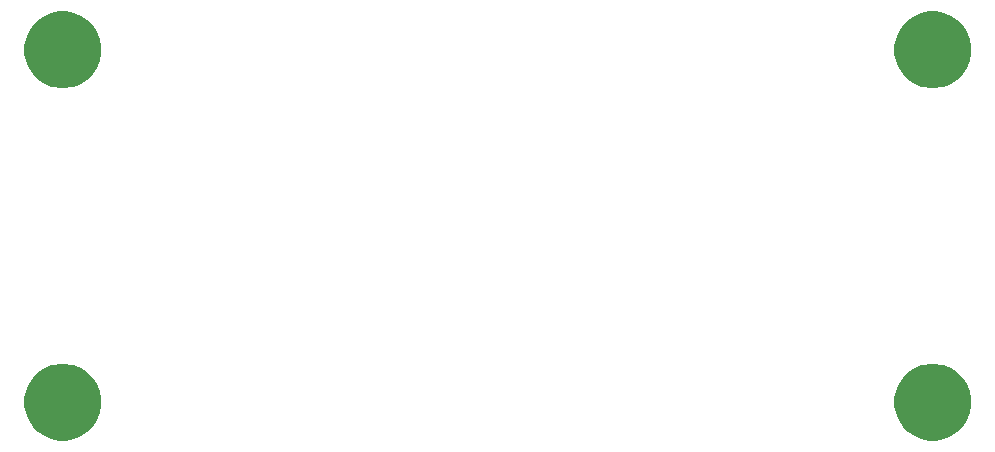
<source format=gbr>
G04 #@! TF.GenerationSoftware,KiCad,Pcbnew,(5.1.0-0)*
G04 #@! TF.CreationDate,2019-10-20T20:04:01+02:00*
G04 #@! TF.ProjectId,fllor2,666c6c6f-7232-42e6-9b69-6361645f7063,rev?*
G04 #@! TF.SameCoordinates,Original*
G04 #@! TF.FileFunction,Soldermask,Bot*
G04 #@! TF.FilePolarity,Negative*
%FSLAX46Y46*%
G04 Gerber Fmt 4.6, Leading zero omitted, Abs format (unit mm)*
G04 Created by KiCad (PCBNEW (5.1.0-0)) date 2019-10-20 20:04:01*
%MOMM*%
%LPD*%
G04 APERTURE LIST*
%ADD10C,0.100000*%
G04 APERTURE END LIST*
D10*
G36*
X212089239Y-20941467D02*
G01*
X212403282Y-21003934D01*
X212994926Y-21249001D01*
X213527392Y-21604784D01*
X213980216Y-22057608D01*
X214335999Y-22590074D01*
X214581066Y-23181718D01*
X214706000Y-23809804D01*
X214706000Y-24450196D01*
X214581066Y-25078282D01*
X214335999Y-25669926D01*
X213980216Y-26202392D01*
X213527392Y-26655216D01*
X212994926Y-27010999D01*
X212403282Y-27256066D01*
X212089239Y-27318533D01*
X211775197Y-27381000D01*
X211134803Y-27381000D01*
X210820761Y-27318533D01*
X210506718Y-27256066D01*
X209915074Y-27010999D01*
X209382608Y-26655216D01*
X208929784Y-26202392D01*
X208574001Y-25669926D01*
X208328934Y-25078282D01*
X208204000Y-24450196D01*
X208204000Y-23809804D01*
X208328934Y-23181718D01*
X208574001Y-22590074D01*
X208929784Y-22057608D01*
X209382608Y-21604784D01*
X209915074Y-21249001D01*
X210506718Y-21003934D01*
X210820761Y-20941467D01*
X211134803Y-20879000D01*
X211775197Y-20879000D01*
X212089239Y-20941467D01*
X212089239Y-20941467D01*
G37*
G36*
X138429239Y-20941467D02*
G01*
X138743282Y-21003934D01*
X139334926Y-21249001D01*
X139867392Y-21604784D01*
X140320216Y-22057608D01*
X140675999Y-22590074D01*
X140921066Y-23181718D01*
X141046000Y-23809804D01*
X141046000Y-24450196D01*
X140921066Y-25078282D01*
X140675999Y-25669926D01*
X140320216Y-26202392D01*
X139867392Y-26655216D01*
X139334926Y-27010999D01*
X138743282Y-27256066D01*
X138429239Y-27318533D01*
X138115197Y-27381000D01*
X137474803Y-27381000D01*
X137160761Y-27318533D01*
X136846718Y-27256066D01*
X136255074Y-27010999D01*
X135722608Y-26655216D01*
X135269784Y-26202392D01*
X134914001Y-25669926D01*
X134668934Y-25078282D01*
X134544000Y-24450196D01*
X134544000Y-23809804D01*
X134668934Y-23181718D01*
X134914001Y-22590074D01*
X135269784Y-22057608D01*
X135722608Y-21604784D01*
X136255074Y-21249001D01*
X136846718Y-21003934D01*
X137160761Y-20941467D01*
X137474803Y-20879000D01*
X138115197Y-20879000D01*
X138429239Y-20941467D01*
X138429239Y-20941467D01*
G37*
G36*
X212089239Y8903533D02*
G01*
X212403282Y8841066D01*
X212994926Y8595999D01*
X213527392Y8240216D01*
X213980216Y7787392D01*
X214335999Y7254926D01*
X214581066Y6663282D01*
X214706000Y6035196D01*
X214706000Y5394804D01*
X214581066Y4766718D01*
X214335999Y4175074D01*
X213980216Y3642608D01*
X213527392Y3189784D01*
X212994926Y2834001D01*
X212403282Y2588934D01*
X212089239Y2526467D01*
X211775197Y2464000D01*
X211134803Y2464000D01*
X210820761Y2526467D01*
X210506718Y2588934D01*
X209915074Y2834001D01*
X209382608Y3189784D01*
X208929784Y3642608D01*
X208574001Y4175074D01*
X208328934Y4766718D01*
X208204000Y5394804D01*
X208204000Y6035196D01*
X208328934Y6663282D01*
X208574001Y7254926D01*
X208929784Y7787392D01*
X209382608Y8240216D01*
X209915074Y8595999D01*
X210506718Y8841066D01*
X210820761Y8903533D01*
X211134803Y8966000D01*
X211775197Y8966000D01*
X212089239Y8903533D01*
X212089239Y8903533D01*
G37*
G36*
X138429239Y8903533D02*
G01*
X138743282Y8841066D01*
X139334926Y8595999D01*
X139867392Y8240216D01*
X140320216Y7787392D01*
X140675999Y7254926D01*
X140921066Y6663282D01*
X141046000Y6035196D01*
X141046000Y5394804D01*
X140921066Y4766718D01*
X140675999Y4175074D01*
X140320216Y3642608D01*
X139867392Y3189784D01*
X139334926Y2834001D01*
X138743282Y2588934D01*
X138429239Y2526467D01*
X138115197Y2464000D01*
X137474803Y2464000D01*
X137160761Y2526467D01*
X136846718Y2588934D01*
X136255074Y2834001D01*
X135722608Y3189784D01*
X135269784Y3642608D01*
X134914001Y4175074D01*
X134668934Y4766718D01*
X134544000Y5394804D01*
X134544000Y6035196D01*
X134668934Y6663282D01*
X134914001Y7254926D01*
X135269784Y7787392D01*
X135722608Y8240216D01*
X136255074Y8595999D01*
X136846718Y8841066D01*
X137160761Y8903533D01*
X137474803Y8966000D01*
X138115197Y8966000D01*
X138429239Y8903533D01*
X138429239Y8903533D01*
G37*
M02*

</source>
